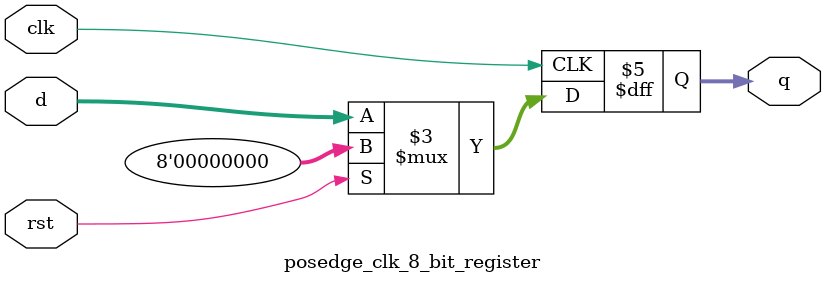
<source format=v>
`timescale 1ns / 1ps
module posedge_clk_8_bit_register(input clk, rst, input [7:0]d, output reg [7:0]q);
always @(posedge clk) begin
if(rst)
q<=8'b00000000;
else
q<=d;
end
endmodule
</source>
